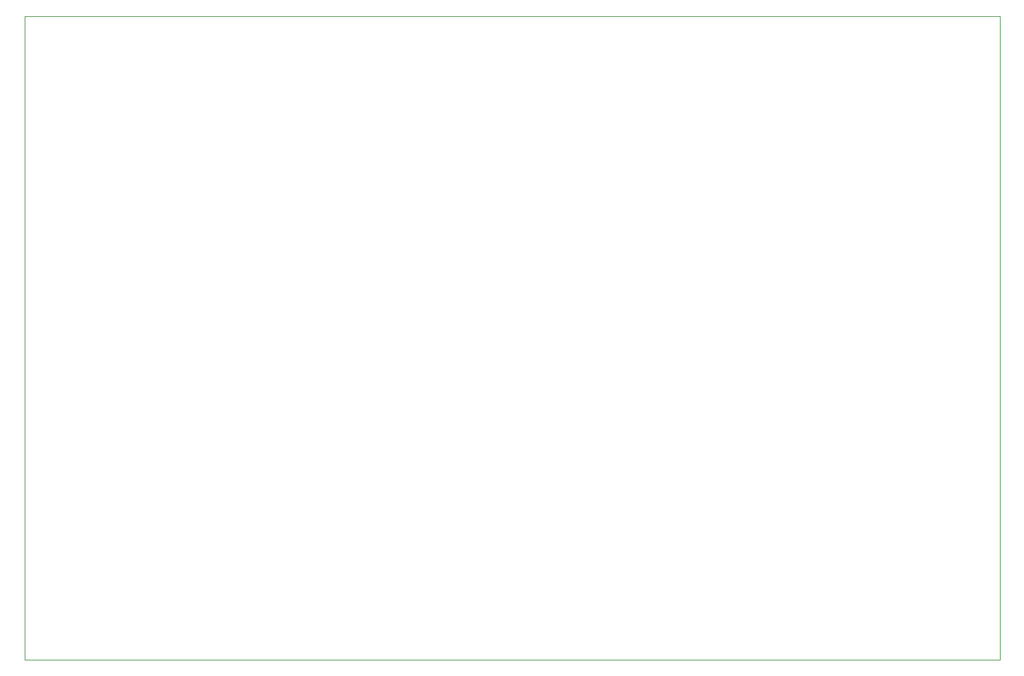
<source format=gbr>
G04 #@! TF.GenerationSoftware,KiCad,Pcbnew,(5.1.12-1-10_14)*
G04 #@! TF.CreationDate,2021-12-13T19:52:56+01:00*
G04 #@! TF.ProjectId,psu-mosfet-160w,7073752d-6d6f-4736-9665-742d31363077,rev?*
G04 #@! TF.SameCoordinates,Original*
G04 #@! TF.FileFunction,Profile,NP*
%FSLAX46Y46*%
G04 Gerber Fmt 4.6, Leading zero omitted, Abs format (unit mm)*
G04 Created by KiCad (PCBNEW (5.1.12-1-10_14)) date 2021-12-13 19:52:56*
%MOMM*%
%LPD*%
G01*
G04 APERTURE LIST*
G04 #@! TA.AperFunction,Profile*
%ADD10C,0.050000*%
G04 #@! TD*
G04 APERTURE END LIST*
D10*
X-24130000Y-1270000D02*
X-24130000Y-85090000D01*
X102870000Y-1270000D02*
X-24130000Y-1270000D01*
X102870000Y-85090000D02*
X102870000Y-1270000D01*
X-24130000Y-85090000D02*
X102870000Y-85090000D01*
M02*

</source>
